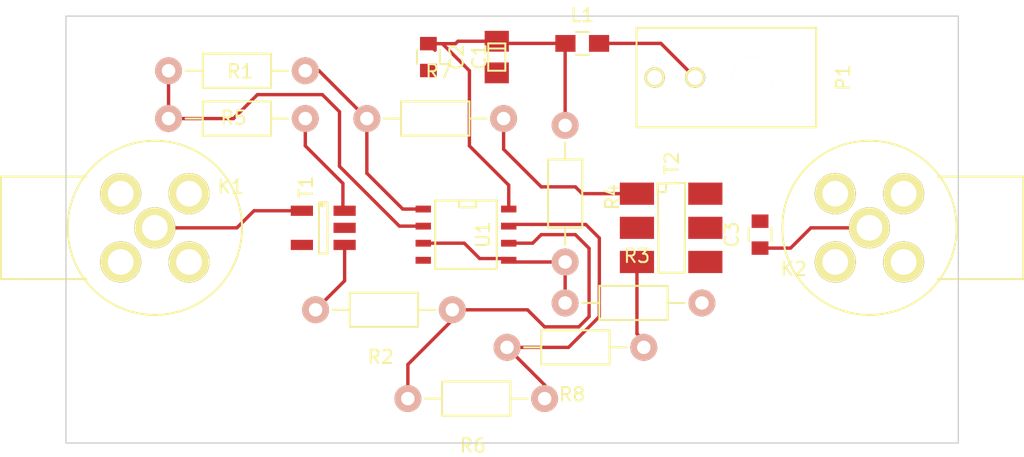
<source format=kicad_pcb>
(kicad_pcb (version 4) (host pcbnew 4.0.1-3.201512221401+6198~38~ubuntu15.10.1-stable)

  (general
    (links 37)
    (no_connects 15)
    (area 111.992999 91.109952 188.489001 125.37912)
    (thickness 1.6)
    (drawings 4)
    (tracks 74)
    (zones 0)
    (modules 18)
    (nets 18)
  )

  (page A4)
  (layers
    (0 F.Cu signal)
    (31 B.Cu signal)
    (32 B.Adhes user)
    (33 F.Adhes user)
    (34 B.Paste user)
    (35 F.Paste user)
    (36 B.SilkS user)
    (37 F.SilkS user)
    (38 B.Mask user)
    (39 F.Mask user)
    (40 Dwgs.User user)
    (41 Cmts.User user)
    (42 Eco1.User user)
    (43 Eco2.User user)
    (44 Edge.Cuts user)
    (45 Margin user)
    (46 B.CrtYd user)
    (47 F.CrtYd user)
    (48 B.Fab user)
    (49 F.Fab user)
  )

  (setup
    (last_trace_width 0.25)
    (trace_clearance 0.2)
    (zone_clearance 0.508)
    (zone_45_only no)
    (trace_min 0.2)
    (segment_width 0.2)
    (edge_width 0.1)
    (via_size 0.6)
    (via_drill 0.4)
    (via_min_size 0.4)
    (via_min_drill 0.3)
    (uvia_size 0.3)
    (uvia_drill 0.1)
    (uvias_allowed no)
    (uvia_min_size 0.2)
    (uvia_min_drill 0.1)
    (pcb_text_width 0.3)
    (pcb_text_size 1.5 1.5)
    (mod_edge_width 0.15)
    (mod_text_size 1 1)
    (mod_text_width 0.15)
    (pad_size 1.5 1.5)
    (pad_drill 0.6)
    (pad_to_mask_clearance 0)
    (aux_axis_origin 0 0)
    (visible_elements FFFFFF7F)
    (pcbplotparams
      (layerselection 0x00030_80000001)
      (usegerberextensions false)
      (excludeedgelayer true)
      (linewidth 0.100000)
      (plotframeref false)
      (viasonmask false)
      (mode 1)
      (useauxorigin false)
      (hpglpennumber 1)
      (hpglpenspeed 20)
      (hpglpendiameter 15)
      (hpglpenoverlay 2)
      (psnegative false)
      (psa4output false)
      (plotreference true)
      (plotvalue true)
      (plotinvisibletext false)
      (padsonsilk false)
      (subtractmaskfromsilk false)
      (outputformat 1)
      (mirror false)
      (drillshape 1)
      (scaleselection 1)
      (outputdirectory ""))
  )

  (net 0 "")
  (net 1 "Net-(C1-Pad1)")
  (net 2 GND)
  (net 3 "Net-(C3-Pad1)")
  (net 4 "Net-(C3-Pad2)")
  (net 5 "Net-(K1-Pad1)")
  (net 6 +12V)
  (net 7 "Net-(R1-Pad1)")
  (net 8 "Net-(R1-Pad2)")
  (net 9 "Net-(R2-Pad1)")
  (net 10 "Net-(R2-Pad2)")
  (net 11 "Net-(R3-Pad1)")
  (net 12 "Net-(R5-Pad1)")
  (net 13 "Net-(R6-Pad1)")
  (net 14 "Net-(R7-Pad2)")
  (net 15 "Net-(R8-Pad1)")
  (net 16 "Net-(T1-Pad2)")
  (net 17 "Net-(T2-Pad2)")

  (net_class Default "This is the default net class."
    (clearance 0.2)
    (trace_width 0.25)
    (via_dia 0.6)
    (via_drill 0.4)
    (uvia_dia 0.3)
    (uvia_drill 0.1)
    (add_net +12V)
    (add_net GND)
    (add_net "Net-(C1-Pad1)")
    (add_net "Net-(C3-Pad1)")
    (add_net "Net-(C3-Pad2)")
    (add_net "Net-(K1-Pad1)")
    (add_net "Net-(R1-Pad1)")
    (add_net "Net-(R1-Pad2)")
    (add_net "Net-(R2-Pad1)")
    (add_net "Net-(R2-Pad2)")
    (add_net "Net-(R3-Pad1)")
    (add_net "Net-(R5-Pad1)")
    (add_net "Net-(R6-Pad1)")
    (add_net "Net-(R7-Pad2)")
    (add_net "Net-(R8-Pad1)")
    (add_net "Net-(T1-Pad2)")
    (add_net "Net-(T2-Pad2)")
  )

  (module Capacitors_Tantalum_SMD:TantalC_SizeR_EIA-2012 placed (layer F.Cu) (tedit 0) (tstamp 569C3B72)
    (at 149.098 95.504 90)
    (descr "Tantal Cap. , Size C, EIA-2012")
    (path /569C2287)
    (fp_text reference C1 (at 0.0254 -1.2954 90) (layer F.SilkS)
      (effects (font (size 1 1) (thickness 0.15)))
    )
    (fp_text value "10 uF/16V" (at 0 1.27 90) (layer F.Fab)
      (effects (font (size 1 1) (thickness 0.15)))
    )
    (fp_line (start 0.635 -0.635) (end 0.635 0.635) (layer F.SilkS) (width 0.15))
    (fp_line (start -1.016 -0.635) (end -1.016 0.635) (layer F.SilkS) (width 0.15))
    (fp_line (start -1.016 0.635) (end 1.016 0.635) (layer F.SilkS) (width 0.15))
    (fp_line (start 1.016 0.635) (end 1.016 -0.635) (layer F.SilkS) (width 0.15))
    (fp_line (start 1.016 -0.635) (end -1.016 -0.635) (layer F.SilkS) (width 0.15))
    (pad 1 smd rect (at 1.17602 0 90) (size 1.5494 1.80086) (layers F.Cu F.Paste F.Mask)
      (net 1 "Net-(C1-Pad1)"))
    (pad 2 smd rect (at -1.17602 0 90) (size 1.5494 1.80086) (layers F.Cu F.Paste F.Mask)
      (net 2 GND))
    (model Capacitors_Tantalum_SMD.3dshapes/TantalC_SizeR_EIA-2012.wrl
      (at (xyz 0 0 0))
      (scale (xyz 1 1 1))
      (rotate (xyz 0 0 0))
    )
  )

  (module Capacitors_SMD:C_0805 placed (layer F.Cu) (tedit 5415D6EA) (tstamp 569C3B7E)
    (at 144.018 95.504 270)
    (descr "Capacitor SMD 0805, reflow soldering, AVX (see smccp.pdf)")
    (tags "capacitor 0805")
    (path /569C22BC)
    (attr smd)
    (fp_text reference C2 (at 0 -2.1 270) (layer F.SilkS)
      (effects (font (size 1 1) (thickness 0.15)))
    )
    (fp_text value "100 nF" (at 0 2.1 270) (layer F.Fab)
      (effects (font (size 1 1) (thickness 0.15)))
    )
    (fp_line (start -1.8 -1) (end 1.8 -1) (layer F.CrtYd) (width 0.05))
    (fp_line (start -1.8 1) (end 1.8 1) (layer F.CrtYd) (width 0.05))
    (fp_line (start -1.8 -1) (end -1.8 1) (layer F.CrtYd) (width 0.05))
    (fp_line (start 1.8 -1) (end 1.8 1) (layer F.CrtYd) (width 0.05))
    (fp_line (start 0.5 -0.85) (end -0.5 -0.85) (layer F.SilkS) (width 0.15))
    (fp_line (start -0.5 0.85) (end 0.5 0.85) (layer F.SilkS) (width 0.15))
    (pad 1 smd rect (at -1 0 270) (size 1 1.25) (layers F.Cu F.Paste F.Mask)
      (net 1 "Net-(C1-Pad1)"))
    (pad 2 smd rect (at 1 0 270) (size 1 1.25) (layers F.Cu F.Paste F.Mask)
      (net 2 GND))
    (model Capacitors_SMD.3dshapes/C_0805.wrl
      (at (xyz 0 0 0))
      (scale (xyz 1 1 1))
      (rotate (xyz 0 0 0))
    )
  )

  (module Capacitors_SMD:C_0805 placed (layer F.Cu) (tedit 5415D6EA) (tstamp 569C3B8A)
    (at 168.656 108.712 90)
    (descr "Capacitor SMD 0805, reflow soldering, AVX (see smccp.pdf)")
    (tags "capacitor 0805")
    (path /569C378F)
    (attr smd)
    (fp_text reference C3 (at 0 -2.1 90) (layer F.SilkS)
      (effects (font (size 1 1) (thickness 0.15)))
    )
    (fp_text value "100 nF" (at 0 2.1 90) (layer F.Fab)
      (effects (font (size 1 1) (thickness 0.15)))
    )
    (fp_line (start -1.8 -1) (end 1.8 -1) (layer F.CrtYd) (width 0.05))
    (fp_line (start -1.8 1) (end 1.8 1) (layer F.CrtYd) (width 0.05))
    (fp_line (start -1.8 -1) (end -1.8 1) (layer F.CrtYd) (width 0.05))
    (fp_line (start 1.8 -1) (end 1.8 1) (layer F.CrtYd) (width 0.05))
    (fp_line (start 0.5 -0.85) (end -0.5 -0.85) (layer F.SilkS) (width 0.15))
    (fp_line (start -0.5 0.85) (end 0.5 0.85) (layer F.SilkS) (width 0.15))
    (pad 1 smd rect (at -1 0 90) (size 1 1.25) (layers F.Cu F.Paste F.Mask)
      (net 3 "Net-(C3-Pad1)"))
    (pad 2 smd rect (at 1 0 90) (size 1 1.25) (layers F.Cu F.Paste F.Mask)
      (net 4 "Net-(C3-Pad2)"))
    (model Capacitors_SMD.3dshapes/C_0805.wrl
      (at (xyz 0 0 0))
      (scale (xyz 1 1 1))
      (rotate (xyz 0 0 0))
    )
  )

  (module minicircuits:SMA_F_RA placed (layer F.Cu) (tedit 569BF56B) (tstamp 569C3B93)
    (at 123.698 108.204 180)
    (path /569BF9B6)
    (fp_text reference K1 (at -5.63 3.06 180) (layer F.SilkS)
      (effects (font (size 1 1) (thickness 0.15)))
    )
    (fp_text value "SMA F R/A" (at -6.16 -3.02 180) (layer F.Fab)
      (effects (font (size 1 1) (thickness 0.15)))
    )
    (fp_line (start 5.08 -3.81) (end 10.16 -3.81) (layer F.SilkS) (width 0.15))
    (fp_line (start 10.16 -3.81) (end 11.43 -3.81) (layer F.SilkS) (width 0.15))
    (fp_line (start 11.43 -3.81) (end 11.43 3.81) (layer F.SilkS) (width 0.15))
    (fp_line (start 11.43 3.81) (end 5.08 3.81) (layer F.SilkS) (width 0.15))
    (fp_circle (center 0 0) (end -1.27 -6.35) (layer F.SilkS) (width 0.15))
    (pad 1 thru_hole circle (at 0 0 180) (size 3.048 3.048) (drill 1.905) (layers *.Cu *.Mask F.SilkS)
      (net 5 "Net-(K1-Pad1)"))
    (pad 2 thru_hole circle (at 2.54 -2.54 180) (size 3.048 3.048) (drill 1.905) (layers *.Cu *.Mask F.SilkS)
      (net 2 GND))
    (pad 3 thru_hole circle (at 2.54 2.54 180) (size 3.048 3.048) (drill 1.905) (layers *.Cu *.Mask F.SilkS)
      (net 2 GND))
    (pad 4 thru_hole circle (at -2.54 2.54 180) (size 3.048 3.048) (drill 1.905) (layers *.Cu *.Mask F.SilkS)
      (net 2 GND))
    (pad 5 thru_hole circle (at -2.54 -2.54 180) (size 3.048 3.048) (drill 1.905) (layers *.Cu *.Mask F.SilkS)
      (net 2 GND))
  )

  (module minicircuits:SMA_F_RA placed (layer F.Cu) (tedit 569BF56B) (tstamp 569C3B9C)
    (at 176.784 108.204)
    (path /569C519C)
    (fp_text reference K2 (at -5.63 3.06) (layer F.SilkS)
      (effects (font (size 1 1) (thickness 0.15)))
    )
    (fp_text value "SMA F R/A" (at -6.16 -3.02) (layer F.Fab)
      (effects (font (size 1 1) (thickness 0.15)))
    )
    (fp_line (start 5.08 -3.81) (end 10.16 -3.81) (layer F.SilkS) (width 0.15))
    (fp_line (start 10.16 -3.81) (end 11.43 -3.81) (layer F.SilkS) (width 0.15))
    (fp_line (start 11.43 -3.81) (end 11.43 3.81) (layer F.SilkS) (width 0.15))
    (fp_line (start 11.43 3.81) (end 5.08 3.81) (layer F.SilkS) (width 0.15))
    (fp_circle (center 0 0) (end -1.27 -6.35) (layer F.SilkS) (width 0.15))
    (pad 1 thru_hole circle (at 0 0) (size 3.048 3.048) (drill 1.905) (layers *.Cu *.Mask F.SilkS)
      (net 3 "Net-(C3-Pad1)"))
    (pad 2 thru_hole circle (at 2.54 -2.54) (size 3.048 3.048) (drill 1.905) (layers *.Cu *.Mask F.SilkS)
      (net 2 GND))
    (pad 3 thru_hole circle (at 2.54 2.54) (size 3.048 3.048) (drill 1.905) (layers *.Cu *.Mask F.SilkS)
      (net 2 GND))
    (pad 4 thru_hole circle (at -2.54 2.54) (size 3.048 3.048) (drill 1.905) (layers *.Cu *.Mask F.SilkS)
      (net 2 GND))
    (pad 5 thru_hole circle (at -2.54 -2.54) (size 3.048 3.048) (drill 1.905) (layers *.Cu *.Mask F.SilkS)
      (net 2 GND))
  )

  (module Capacitors_SMD:C_0805_HandSoldering placed (layer F.Cu) (tedit 541A9B8D) (tstamp 569C3BA8)
    (at 155.448 94.488)
    (descr "Capacitor SMD 0805, hand soldering")
    (tags "capacitor 0805")
    (path /569C28E4)
    (attr smd)
    (fp_text reference L1 (at 0 -2.1) (layer F.SilkS)
      (effects (font (size 1 1) (thickness 0.15)))
    )
    (fp_text value Ferrite (at 0 2.1) (layer F.Fab)
      (effects (font (size 1 1) (thickness 0.15)))
    )
    (fp_line (start -2.3 -1) (end 2.3 -1) (layer F.CrtYd) (width 0.05))
    (fp_line (start -2.3 1) (end 2.3 1) (layer F.CrtYd) (width 0.05))
    (fp_line (start -2.3 -1) (end -2.3 1) (layer F.CrtYd) (width 0.05))
    (fp_line (start 2.3 -1) (end 2.3 1) (layer F.CrtYd) (width 0.05))
    (fp_line (start 0.5 -0.85) (end -0.5 -0.85) (layer F.SilkS) (width 0.15))
    (fp_line (start -0.5 0.85) (end 0.5 0.85) (layer F.SilkS) (width 0.15))
    (pad 1 smd rect (at -1.25 0) (size 1.5 1.25) (layers F.Cu F.Paste F.Mask)
      (net 1 "Net-(C1-Pad1)"))
    (pad 2 smd rect (at 1.25 0) (size 1.5 1.25) (layers F.Cu F.Paste F.Mask)
      (net 6 +12V))
    (model Capacitors_SMD.3dshapes/C_0805_HandSoldering.wrl
      (at (xyz 0 0 0))
      (scale (xyz 1 1 1))
      (rotate (xyz 0 0 0))
    )
  )

  (module Connectors_Molex:Connector_Microfit3_Header_02x01_Angled_43045-020x placed (layer F.Cu) (tedit 55B90098) (tstamp 569C3BB7)
    (at 163.83 97.028 90)
    (descr "Microfit3 02x01 header angled 43045-0200")
    (tags "Microfit 02x01 angled 3mm pitch")
    (path /569C7D10)
    (fp_text reference P1 (at 0 11 90) (layer F.SilkS)
      (effects (font (size 1 1) (thickness 0.15)))
    )
    (fp_text value CONN_01X02 (at 0 -6.604 90) (layer F.Fab)
      (effects (font (size 1 1) (thickness 0.15)))
    )
    (fp_line (start -3.9 -4.55) (end -3.9 9.2) (layer F.CrtYd) (width 0.05))
    (fp_line (start -3.9 9.2) (end 3.9 9.2) (layer F.CrtYd) (width 0.05))
    (fp_line (start 3.9 9.2) (end 3.9 -4.55) (layer F.CrtYd) (width 0.05))
    (fp_line (start 3.9 -4.55) (end -3.9 -4.55) (layer F.CrtYd) (width 0.05))
    (fp_line (start -3.7 9) (end -3.7 -4.35) (layer F.SilkS) (width 0.15))
    (fp_line (start -3.7 -4.35) (end 3.7 -4.35) (layer F.SilkS) (width 0.15))
    (fp_line (start 3.7 -4.35) (end 3.7 9) (layer F.SilkS) (width 0.15))
    (fp_line (start 3.7 9) (end -3.7 9) (layer F.SilkS) (width 0.15))
    (pad 2 thru_hole circle (at 0 -3 90) (size 1.5 1.5) (drill 1.1) (layers *.Cu *.Mask F.SilkS)
      (net 2 GND))
    (pad 1 thru_hole circle (at 0 0 90) (size 1.5 1.5) (drill 1.1) (layers *.Cu *.Mask F.SilkS)
      (net 6 +12V))
    (pad "" np_thru_hole circle (at 0 4.32 90) (size 3.1 3.1) (drill 3.1) (layers *.Cu *.Mask F.SilkS))
  )

  (module Resistors_ThroughHole:Resistor_Horizontal_RM10mm placed (layer F.Cu) (tedit 53F56209) (tstamp 569C3BC3)
    (at 129.794 100.076)
    (descr "Resistor, Axial,  RM 10mm, 1/3W,")
    (tags "Resistor, Axial, RM 10mm, 1/3W,")
    (path /569BFC06)
    (fp_text reference R1 (at 0.24892 -3.50012) (layer F.SilkS)
      (effects (font (size 1 1) (thickness 0.15)))
    )
    (fp_text value 100 (at 3.81 3.81) (layer F.Fab)
      (effects (font (size 1 1) (thickness 0.15)))
    )
    (fp_line (start -2.54 -1.27) (end 2.54 -1.27) (layer F.SilkS) (width 0.15))
    (fp_line (start 2.54 -1.27) (end 2.54 1.27) (layer F.SilkS) (width 0.15))
    (fp_line (start 2.54 1.27) (end -2.54 1.27) (layer F.SilkS) (width 0.15))
    (fp_line (start -2.54 1.27) (end -2.54 -1.27) (layer F.SilkS) (width 0.15))
    (fp_line (start -2.54 0) (end -3.81 0) (layer F.SilkS) (width 0.15))
    (fp_line (start 2.54 0) (end 3.81 0) (layer F.SilkS) (width 0.15))
    (pad 1 thru_hole circle (at -5.08 0) (size 1.99898 1.99898) (drill 1.00076) (layers *.Cu *.SilkS *.Mask)
      (net 7 "Net-(R1-Pad1)"))
    (pad 2 thru_hole circle (at 5.08 0) (size 1.99898 1.99898) (drill 1.00076) (layers *.Cu *.SilkS *.Mask)
      (net 8 "Net-(R1-Pad2)"))
    (model Resistors_ThroughHole.3dshapes/Resistor_Horizontal_RM10mm.wrl
      (at (xyz 0 0 0))
      (scale (xyz 0.4 0.4 0.4))
      (rotate (xyz 0 0 0))
    )
  )

  (module Resistors_ThroughHole:Resistor_Horizontal_RM10mm placed (layer F.Cu) (tedit 53F56209) (tstamp 569C3BCF)
    (at 140.716 114.3 180)
    (descr "Resistor, Axial,  RM 10mm, 1/3W,")
    (tags "Resistor, Axial, RM 10mm, 1/3W,")
    (path /569BFCE6)
    (fp_text reference R2 (at 0.24892 -3.50012 180) (layer F.SilkS)
      (effects (font (size 1 1) (thickness 0.15)))
    )
    (fp_text value 100 (at 3.81 3.81 180) (layer F.Fab)
      (effects (font (size 1 1) (thickness 0.15)))
    )
    (fp_line (start -2.54 -1.27) (end 2.54 -1.27) (layer F.SilkS) (width 0.15))
    (fp_line (start 2.54 -1.27) (end 2.54 1.27) (layer F.SilkS) (width 0.15))
    (fp_line (start 2.54 1.27) (end -2.54 1.27) (layer F.SilkS) (width 0.15))
    (fp_line (start -2.54 1.27) (end -2.54 -1.27) (layer F.SilkS) (width 0.15))
    (fp_line (start -2.54 0) (end -3.81 0) (layer F.SilkS) (width 0.15))
    (fp_line (start 2.54 0) (end 3.81 0) (layer F.SilkS) (width 0.15))
    (pad 1 thru_hole circle (at -5.08 0 180) (size 1.99898 1.99898) (drill 1.00076) (layers *.Cu *.SilkS *.Mask)
      (net 9 "Net-(R2-Pad1)"))
    (pad 2 thru_hole circle (at 5.08 0 180) (size 1.99898 1.99898) (drill 1.00076) (layers *.Cu *.SilkS *.Mask)
      (net 10 "Net-(R2-Pad2)"))
    (model Resistors_ThroughHole.3dshapes/Resistor_Horizontal_RM10mm.wrl
      (at (xyz 0 0 0))
      (scale (xyz 0.4 0.4 0.4))
      (rotate (xyz 0 0 0))
    )
  )

  (module Resistors_ThroughHole:Resistor_Horizontal_RM10mm placed (layer F.Cu) (tedit 53F56209) (tstamp 569C3BDB)
    (at 159.258 113.792)
    (descr "Resistor, Axial,  RM 10mm, 1/3W,")
    (tags "Resistor, Axial, RM 10mm, 1/3W,")
    (path /569C0A5D)
    (fp_text reference R3 (at 0.24892 -3.50012) (layer F.SilkS)
      (effects (font (size 1 1) (thickness 0.15)))
    )
    (fp_text value 1K (at 3.81 3.81) (layer F.Fab)
      (effects (font (size 1 1) (thickness 0.15)))
    )
    (fp_line (start -2.54 -1.27) (end 2.54 -1.27) (layer F.SilkS) (width 0.15))
    (fp_line (start 2.54 -1.27) (end 2.54 1.27) (layer F.SilkS) (width 0.15))
    (fp_line (start 2.54 1.27) (end -2.54 1.27) (layer F.SilkS) (width 0.15))
    (fp_line (start -2.54 1.27) (end -2.54 -1.27) (layer F.SilkS) (width 0.15))
    (fp_line (start -2.54 0) (end -3.81 0) (layer F.SilkS) (width 0.15))
    (fp_line (start 2.54 0) (end 3.81 0) (layer F.SilkS) (width 0.15))
    (pad 1 thru_hole circle (at -5.08 0) (size 1.99898 1.99898) (drill 1.00076) (layers *.Cu *.SilkS *.Mask)
      (net 11 "Net-(R3-Pad1)"))
    (pad 2 thru_hole circle (at 5.08 0) (size 1.99898 1.99898) (drill 1.00076) (layers *.Cu *.SilkS *.Mask)
      (net 2 GND))
    (model Resistors_ThroughHole.3dshapes/Resistor_Horizontal_RM10mm.wrl
      (at (xyz 0 0 0))
      (scale (xyz 0.4 0.4 0.4))
      (rotate (xyz 0 0 0))
    )
  )

  (module Resistors_ThroughHole:Resistor_Horizontal_RM10mm placed (layer F.Cu) (tedit 53F56209) (tstamp 569C3BE7)
    (at 154.178 105.664 270)
    (descr "Resistor, Axial,  RM 10mm, 1/3W,")
    (tags "Resistor, Axial, RM 10mm, 1/3W,")
    (path /569C2114)
    (fp_text reference R4 (at 0.24892 -3.50012 270) (layer F.SilkS)
      (effects (font (size 1 1) (thickness 0.15)))
    )
    (fp_text value 1K (at 3.81 3.81 270) (layer F.Fab)
      (effects (font (size 1 1) (thickness 0.15)))
    )
    (fp_line (start -2.54 -1.27) (end 2.54 -1.27) (layer F.SilkS) (width 0.15))
    (fp_line (start 2.54 -1.27) (end 2.54 1.27) (layer F.SilkS) (width 0.15))
    (fp_line (start 2.54 1.27) (end -2.54 1.27) (layer F.SilkS) (width 0.15))
    (fp_line (start -2.54 1.27) (end -2.54 -1.27) (layer F.SilkS) (width 0.15))
    (fp_line (start -2.54 0) (end -3.81 0) (layer F.SilkS) (width 0.15))
    (fp_line (start 2.54 0) (end 3.81 0) (layer F.SilkS) (width 0.15))
    (pad 1 thru_hole circle (at -5.08 0 270) (size 1.99898 1.99898) (drill 1.00076) (layers *.Cu *.SilkS *.Mask)
      (net 1 "Net-(C1-Pad1)"))
    (pad 2 thru_hole circle (at 5.08 0 270) (size 1.99898 1.99898) (drill 1.00076) (layers *.Cu *.SilkS *.Mask)
      (net 11 "Net-(R3-Pad1)"))
    (model Resistors_ThroughHole.3dshapes/Resistor_Horizontal_RM10mm.wrl
      (at (xyz 0 0 0))
      (scale (xyz 0.4 0.4 0.4))
      (rotate (xyz 0 0 0))
    )
  )

  (module Resistors_ThroughHole:Resistor_Horizontal_RM10mm placed (layer F.Cu) (tedit 53F56209) (tstamp 569C3BF3)
    (at 129.794 96.52 180)
    (descr "Resistor, Axial,  RM 10mm, 1/3W,")
    (tags "Resistor, Axial, RM 10mm, 1/3W,")
    (path /569C1EA7)
    (fp_text reference R5 (at 0.24892 -3.50012 180) (layer F.SilkS)
      (effects (font (size 1 1) (thickness 0.15)))
    )
    (fp_text value 1K (at 3.81 3.81 180) (layer F.Fab)
      (effects (font (size 1 1) (thickness 0.15)))
    )
    (fp_line (start -2.54 -1.27) (end 2.54 -1.27) (layer F.SilkS) (width 0.15))
    (fp_line (start 2.54 -1.27) (end 2.54 1.27) (layer F.SilkS) (width 0.15))
    (fp_line (start 2.54 1.27) (end -2.54 1.27) (layer F.SilkS) (width 0.15))
    (fp_line (start -2.54 1.27) (end -2.54 -1.27) (layer F.SilkS) (width 0.15))
    (fp_line (start -2.54 0) (end -3.81 0) (layer F.SilkS) (width 0.15))
    (fp_line (start 2.54 0) (end 3.81 0) (layer F.SilkS) (width 0.15))
    (pad 1 thru_hole circle (at -5.08 0 180) (size 1.99898 1.99898) (drill 1.00076) (layers *.Cu *.SilkS *.Mask)
      (net 12 "Net-(R5-Pad1)"))
    (pad 2 thru_hole circle (at 5.08 0 180) (size 1.99898 1.99898) (drill 1.00076) (layers *.Cu *.SilkS *.Mask)
      (net 7 "Net-(R1-Pad1)"))
    (model Resistors_ThroughHole.3dshapes/Resistor_Horizontal_RM10mm.wrl
      (at (xyz 0 0 0))
      (scale (xyz 0.4 0.4 0.4))
      (rotate (xyz 0 0 0))
    )
  )

  (module Resistors_ThroughHole:Resistor_Horizontal_RM10mm placed (layer F.Cu) (tedit 53F56209) (tstamp 569C3BFF)
    (at 147.574 120.904 180)
    (descr "Resistor, Axial,  RM 10mm, 1/3W,")
    (tags "Resistor, Axial, RM 10mm, 1/3W,")
    (path /569C1D63)
    (fp_text reference R6 (at 0.24892 -3.50012 180) (layer F.SilkS)
      (effects (font (size 1 1) (thickness 0.15)))
    )
    (fp_text value 1K (at 3.81 3.81 180) (layer F.Fab)
      (effects (font (size 1 1) (thickness 0.15)))
    )
    (fp_line (start -2.54 -1.27) (end 2.54 -1.27) (layer F.SilkS) (width 0.15))
    (fp_line (start 2.54 -1.27) (end 2.54 1.27) (layer F.SilkS) (width 0.15))
    (fp_line (start 2.54 1.27) (end -2.54 1.27) (layer F.SilkS) (width 0.15))
    (fp_line (start -2.54 1.27) (end -2.54 -1.27) (layer F.SilkS) (width 0.15))
    (fp_line (start -2.54 0) (end -3.81 0) (layer F.SilkS) (width 0.15))
    (fp_line (start 2.54 0) (end 3.81 0) (layer F.SilkS) (width 0.15))
    (pad 1 thru_hole circle (at -5.08 0 180) (size 1.99898 1.99898) (drill 1.00076) (layers *.Cu *.SilkS *.Mask)
      (net 13 "Net-(R6-Pad1)"))
    (pad 2 thru_hole circle (at 5.08 0 180) (size 1.99898 1.99898) (drill 1.00076) (layers *.Cu *.SilkS *.Mask)
      (net 9 "Net-(R2-Pad1)"))
    (model Resistors_ThroughHole.3dshapes/Resistor_Horizontal_RM10mm.wrl
      (at (xyz 0 0 0))
      (scale (xyz 0.4 0.4 0.4))
      (rotate (xyz 0 0 0))
    )
  )

  (module Resistors_ThroughHole:Resistor_Horizontal_RM10mm placed (layer F.Cu) (tedit 53F56209) (tstamp 569C3C0B)
    (at 144.526 100.076)
    (descr "Resistor, Axial,  RM 10mm, 1/3W,")
    (tags "Resistor, Axial, RM 10mm, 1/3W,")
    (path /569C2EB2)
    (fp_text reference R7 (at 0.24892 -3.50012) (layer F.SilkS)
      (effects (font (size 1 1) (thickness 0.15)))
    )
    (fp_text value 4R99 (at 3.81 3.81) (layer F.Fab)
      (effects (font (size 1 1) (thickness 0.15)))
    )
    (fp_line (start -2.54 -1.27) (end 2.54 -1.27) (layer F.SilkS) (width 0.15))
    (fp_line (start 2.54 -1.27) (end 2.54 1.27) (layer F.SilkS) (width 0.15))
    (fp_line (start 2.54 1.27) (end -2.54 1.27) (layer F.SilkS) (width 0.15))
    (fp_line (start -2.54 1.27) (end -2.54 -1.27) (layer F.SilkS) (width 0.15))
    (fp_line (start -2.54 0) (end -3.81 0) (layer F.SilkS) (width 0.15))
    (fp_line (start 2.54 0) (end 3.81 0) (layer F.SilkS) (width 0.15))
    (pad 1 thru_hole circle (at -5.08 0) (size 1.99898 1.99898) (drill 1.00076) (layers *.Cu *.SilkS *.Mask)
      (net 12 "Net-(R5-Pad1)"))
    (pad 2 thru_hole circle (at 5.08 0) (size 1.99898 1.99898) (drill 1.00076) (layers *.Cu *.SilkS *.Mask)
      (net 14 "Net-(R7-Pad2)"))
    (model Resistors_ThroughHole.3dshapes/Resistor_Horizontal_RM10mm.wrl
      (at (xyz 0 0 0))
      (scale (xyz 0.4 0.4 0.4))
      (rotate (xyz 0 0 0))
    )
  )

  (module Resistors_ThroughHole:Resistor_Horizontal_RM10mm placed (layer F.Cu) (tedit 53F56209) (tstamp 569C3C17)
    (at 154.94 117.094 180)
    (descr "Resistor, Axial,  RM 10mm, 1/3W,")
    (tags "Resistor, Axial, RM 10mm, 1/3W,")
    (path /569C2F0F)
    (fp_text reference R8 (at 0.24892 -3.50012 180) (layer F.SilkS)
      (effects (font (size 1 1) (thickness 0.15)))
    )
    (fp_text value 4R99 (at 3.81 3.81 180) (layer F.Fab)
      (effects (font (size 1 1) (thickness 0.15)))
    )
    (fp_line (start -2.54 -1.27) (end 2.54 -1.27) (layer F.SilkS) (width 0.15))
    (fp_line (start 2.54 -1.27) (end 2.54 1.27) (layer F.SilkS) (width 0.15))
    (fp_line (start 2.54 1.27) (end -2.54 1.27) (layer F.SilkS) (width 0.15))
    (fp_line (start -2.54 1.27) (end -2.54 -1.27) (layer F.SilkS) (width 0.15))
    (fp_line (start -2.54 0) (end -3.81 0) (layer F.SilkS) (width 0.15))
    (fp_line (start 2.54 0) (end 3.81 0) (layer F.SilkS) (width 0.15))
    (pad 1 thru_hole circle (at -5.08 0 180) (size 1.99898 1.99898) (drill 1.00076) (layers *.Cu *.SilkS *.Mask)
      (net 15 "Net-(R8-Pad1)"))
    (pad 2 thru_hole circle (at 5.08 0 180) (size 1.99898 1.99898) (drill 1.00076) (layers *.Cu *.SilkS *.Mask)
      (net 13 "Net-(R6-Pad1)"))
    (model Resistors_ThroughHole.3dshapes/Resistor_Horizontal_RM10mm.wrl
      (at (xyz 0 0 0))
      (scale (xyz 0.4 0.4 0.4))
      (rotate (xyz 0 0 0))
    )
  )

  (module minicircuits:TC4-1T placed (layer F.Cu) (tedit 569BF91A) (tstamp 569C3C20)
    (at 134.62 106.934 270)
    (path /569BF820)
    (fp_text reference T1 (at -1.75 -0.3 270) (layer F.SilkS)
      (effects (font (size 1 1) (thickness 0.15)))
    )
    (fp_text value TC4-1T (at 1.35 -1.5 270) (layer F.Fab) hide
      (effects (font (size 0.5 0.5) (thickness 0.125)))
    )
    (fp_line (start -0.45 -1.3) (end -0.45 -1.6) (layer F.SilkS) (width 0.15))
    (fp_line (start -0.45 -1.6) (end -0.35 -1.6) (layer F.SilkS) (width 0.15))
    (fp_line (start -0.35 -1.35) (end -0.35 -1.6) (layer F.SilkS) (width 0.15))
    (fp_line (start -0.35 -1.6) (end -0.55 -1.6) (layer F.SilkS) (width 0.15))
    (fp_line (start -0.55 -1.6) (end -0.5 -1.4) (layer F.SilkS) (width 0.15))
    (fp_line (start -0.635 -1.27) (end 3.175 -1.27) (layer F.SilkS) (width 0.15))
    (fp_line (start 3.175 -1.27) (end 3.175 -1.905) (layer F.SilkS) (width 0.15))
    (fp_line (start 3.175 -1.905) (end -0.635 -1.905) (layer F.SilkS) (width 0.15))
    (fp_line (start -0.635 -1.905) (end -0.635 -1.27) (layer F.SilkS) (width 0.15))
    (pad 5 smd rect (at 0 0 270) (size 0.76 1.65) (layers F.Cu F.Paste F.Mask)
      (net 5 "Net-(K1-Pad1)"))
    (pad 4 smd rect (at 2.54 0 270) (size 0.76 1.65) (layers F.Cu F.Paste F.Mask)
      (net 2 GND))
    (pad 1 smd rect (at 0 -3.175 270) (size 0.76 1.65) (layers F.Cu F.Paste F.Mask)
      (net 8 "Net-(R1-Pad2)"))
    (pad 2 smd rect (at 1.27 -3.175 270) (size 0.76 1.65) (layers F.Cu F.Paste F.Mask)
      (net 16 "Net-(T1-Pad2)"))
    (pad 3 smd rect (at 2.54 -3.175 270) (size 0.76 1.65) (layers F.Cu F.Paste F.Mask)
      (net 10 "Net-(R2-Pad2)"))
  )

  (module minicircuits:ADT1.5-1 placed (layer F.Cu) (tedit 569BEF97) (tstamp 569C3C2A)
    (at 159.512 105.664 270)
    (path /569C2F46)
    (fp_text reference T2 (at -2.27 -2.59 270) (layer F.SilkS)
      (effects (font (size 1 1) (thickness 0.15)))
    )
    (fp_text value ADT1.5-1 (at 2.83 -2.63 270) (layer F.Fab)
      (effects (font (size 0.8 0.8) (thickness 0.15)))
    )
    (fp_line (start -0.67 -1.56) (end 5.88 -1.6) (layer F.SilkS) (width 0.15))
    (fp_line (start 5.88 -1.6) (end 5.88 -3.54) (layer F.SilkS) (width 0.15))
    (fp_line (start 5.88 -3.54) (end -0.79 -3.58) (layer F.SilkS) (width 0.15))
    (fp_line (start -0.79 -3.58) (end -0.75 -1.52) (layer F.SilkS) (width 0.15))
    (fp_line (start -0.75 -1.52) (end -0.1 -1.56) (layer F.SilkS) (width 0.15))
    (fp_line (start -0.1 -1.56) (end -0.14 -2.13) (layer F.SilkS) (width 0.15))
    (fp_line (start -0.14 -2.13) (end -0.64 -2.17) (layer F.SilkS) (width 0.15))
    (fp_line (start -0.64 -2.17) (end -0.56 -2.17) (layer F.SilkS) (width 0.15))
    (pad 1 smd rect (at 0 0 270) (size 1.65 2.54) (layers F.Cu F.Paste F.Mask)
      (net 14 "Net-(R7-Pad2)"))
    (pad 6 smd rect (at 0 -5.08 270) (size 1.65 2.54) (layers F.Cu F.Paste F.Mask))
    (pad 2 smd rect (at 2.54 0 270) (size 1.65 2.54) (layers F.Cu F.Paste F.Mask)
      (net 17 "Net-(T2-Pad2)"))
    (pad 3 smd rect (at 5.08 0 270) (size 1.65 2.54) (layers F.Cu F.Paste F.Mask)
      (net 15 "Net-(R8-Pad1)"))
    (pad 4 smd rect (at 5.08 -5.08 270) (size 1.65 2.54) (layers F.Cu F.Paste F.Mask)
      (net 2 GND))
    (pad 5 smd rect (at 2.54 -5.08 270) (size 1.65 2.54) (layers F.Cu F.Paste F.Mask)
      (net 4 "Net-(C3-Pad2)"))
  )

  (module SMD_Packages:SOIC-8-N placed (layer F.Cu) (tedit 0) (tstamp 569C3C3D)
    (at 146.812 108.712 270)
    (descr "Module Narrow CMS SOJ 8 pins large")
    (tags "CMS SOJ")
    (path /569C088B)
    (attr smd)
    (fp_text reference U1 (at 0 -1.27 270) (layer F.SilkS)
      (effects (font (size 1 1) (thickness 0.15)))
    )
    (fp_text value OPA26741C (at 0 1.27 270) (layer F.Fab)
      (effects (font (size 1 1) (thickness 0.15)))
    )
    (fp_line (start -2.54 -2.286) (end 2.54 -2.286) (layer F.SilkS) (width 0.15))
    (fp_line (start 2.54 -2.286) (end 2.54 2.286) (layer F.SilkS) (width 0.15))
    (fp_line (start 2.54 2.286) (end -2.54 2.286) (layer F.SilkS) (width 0.15))
    (fp_line (start -2.54 2.286) (end -2.54 -2.286) (layer F.SilkS) (width 0.15))
    (fp_line (start -2.54 -0.762) (end -2.032 -0.762) (layer F.SilkS) (width 0.15))
    (fp_line (start -2.032 -0.762) (end -2.032 0.508) (layer F.SilkS) (width 0.15))
    (fp_line (start -2.032 0.508) (end -2.54 0.508) (layer F.SilkS) (width 0.15))
    (pad 8 smd rect (at -1.905 -3.175 270) (size 0.508 1.143) (layers F.Cu F.Paste F.Mask)
      (net 1 "Net-(C1-Pad1)"))
    (pad 7 smd rect (at -0.635 -3.175 270) (size 0.508 1.143) (layers F.Cu F.Paste F.Mask)
      (net 13 "Net-(R6-Pad1)"))
    (pad 6 smd rect (at 0.635 -3.175 270) (size 0.508 1.143) (layers F.Cu F.Paste F.Mask)
      (net 9 "Net-(R2-Pad1)"))
    (pad 5 smd rect (at 1.905 -3.175 270) (size 0.508 1.143) (layers F.Cu F.Paste F.Mask)
      (net 11 "Net-(R3-Pad1)"))
    (pad 4 smd rect (at 1.905 3.175 270) (size 0.508 1.143) (layers F.Cu F.Paste F.Mask)
      (net 2 GND))
    (pad 3 smd rect (at 0.635 3.175 270) (size 0.508 1.143) (layers F.Cu F.Paste F.Mask)
      (net 11 "Net-(R3-Pad1)"))
    (pad 2 smd rect (at -0.635 3.175 270) (size 0.508 1.143) (layers F.Cu F.Paste F.Mask)
      (net 7 "Net-(R1-Pad1)"))
    (pad 1 smd rect (at -1.905 3.175 270) (size 0.508 1.143) (layers F.Cu F.Paste F.Mask)
      (net 12 "Net-(R5-Pad1)"))
    (model SMD_Packages.3dshapes/SOIC-8-N.wrl
      (at (xyz 0 0 0))
      (scale (xyz 0.5 0.38 0.5))
      (rotate (xyz 0 0 0))
    )
  )

  (gr_line (start 117.094 92.456) (end 117.094 124.206) (angle 90) (layer Edge.Cuts) (width 0.1))
  (gr_line (start 183.388 92.456) (end 117.094 92.456) (angle 90) (layer Edge.Cuts) (width 0.1))
  (gr_line (start 183.388 124.206) (end 183.388 92.456) (angle 90) (layer Edge.Cuts) (width 0.1))
  (gr_line (start 117.094 124.206) (end 183.388 124.206) (angle 90) (layer Edge.Cuts) (width 0.1))

  (segment (start 154.178 100.584) (end 154.178 94.508) (width 0.25) (layer F.Cu) (net 1))
  (segment (start 154.178 94.508) (end 154.198 94.488) (width 0.25) (layer F.Cu) (net 1) (tstamp 569C4F0F))
  (segment (start 149.987 106.807) (end 149.987 105.029) (width 0.25) (layer F.Cu) (net 1))
  (segment (start 145.05 94.504) (end 144.018 94.504) (width 0.25) (layer F.Cu) (net 1) (tstamp 569C4F02))
  (segment (start 147.066 96.52) (end 145.05 94.504) (width 0.25) (layer F.Cu) (net 1) (tstamp 569C4EFD))
  (segment (start 147.066 102.108) (end 147.066 96.52) (width 0.25) (layer F.Cu) (net 1) (tstamp 569C4EFA))
  (segment (start 149.987 105.029) (end 147.066 102.108) (width 0.25) (layer F.Cu) (net 1) (tstamp 569C4EF8))
  (segment (start 144.51 94.996) (end 144.018 94.504) (width 0.25) (layer F.Cu) (net 1) (tstamp 569C4EEC))
  (segment (start 149.098 94.32798) (end 146.21002 94.32798) (width 0.25) (layer F.Cu) (net 1))
  (segment (start 146.034 94.504) (end 144.018 94.504) (width 0.25) (layer F.Cu) (net 1) (tstamp 569C4EC1))
  (segment (start 146.21002 94.32798) (end 146.034 94.504) (width 0.25) (layer F.Cu) (net 1) (tstamp 569C4EBE))
  (segment (start 154.198 94.488) (end 149.25802 94.488) (width 0.25) (layer F.Cu) (net 1))
  (segment (start 149.25802 94.488) (end 149.098 94.32798) (width 0.25) (layer F.Cu) (net 1) (tstamp 569C4E64))
  (segment (start 168.656 109.712) (end 170.926 109.712) (width 0.25) (layer F.Cu) (net 3))
  (segment (start 172.434 108.204) (end 176.784 108.204) (width 0.25) (layer F.Cu) (net 3) (tstamp 569C4DEB))
  (segment (start 170.926 109.712) (end 172.434 108.204) (width 0.25) (layer F.Cu) (net 3) (tstamp 569C4DE9))
  (segment (start 123.698 108.204) (end 129.794 108.204) (width 0.25) (layer F.Cu) (net 5))
  (segment (start 131.064 106.934) (end 134.62 106.934) (width 0.25) (layer F.Cu) (net 5) (tstamp 569C476E))
  (segment (start 129.794 108.204) (end 131.064 106.934) (width 0.25) (layer F.Cu) (net 5) (tstamp 569C476A))
  (segment (start 163.83 97.028) (end 161.29 94.488) (width 0.25) (layer F.Cu) (net 6))
  (segment (start 161.29 94.488) (end 156.698 94.488) (width 0.25) (layer F.Cu) (net 6) (tstamp 569C4ECC))
  (segment (start 124.714 96.52) (end 124.714 100.076) (width 0.25) (layer F.Cu) (net 7))
  (segment (start 124.714 100.076) (end 129.54 100.076) (width 0.25) (layer F.Cu) (net 7) (tstamp 569C4803))
  (segment (start 129.54 100.076) (end 131.318 98.298) (width 0.25) (layer F.Cu) (net 7) (tstamp 569C4804))
  (segment (start 131.318 98.298) (end 136.144 98.298) (width 0.25) (layer F.Cu) (net 7) (tstamp 569C4807))
  (segment (start 136.144 98.298) (end 137.414 99.568) (width 0.25) (layer F.Cu) (net 7) (tstamp 569C480A))
  (segment (start 137.414 99.568) (end 137.414 103.632) (width 0.25) (layer F.Cu) (net 7) (tstamp 569C480C))
  (segment (start 137.414 103.632) (end 141.859 108.077) (width 0.25) (layer F.Cu) (net 7) (tstamp 569C480F))
  (segment (start 141.859 108.077) (end 143.637 108.077) (width 0.25) (layer F.Cu) (net 7) (tstamp 569C4812))
  (segment (start 134.874 100.076) (end 134.874 102.108) (width 0.25) (layer F.Cu) (net 8))
  (segment (start 137.668 104.902) (end 137.668 106.807) (width 0.25) (layer F.Cu) (net 8) (tstamp 569C479F))
  (segment (start 134.874 102.108) (end 137.668 104.902) (width 0.25) (layer F.Cu) (net 8) (tstamp 569C479E))
  (segment (start 137.668 106.807) (end 137.795 106.934) (width 0.25) (layer F.Cu) (net 8) (tstamp 569C47A2))
  (segment (start 149.987 109.347) (end 151.765 109.347) (width 0.25) (layer F.Cu) (net 9))
  (segment (start 151.384 114.3) (end 145.796 114.3) (width 0.25) (layer F.Cu) (net 9) (tstamp 569C4D5B))
  (segment (start 151.638 114.554) (end 151.384 114.3) (width 0.25) (layer F.Cu) (net 9) (tstamp 569C4D59))
  (segment (start 152.654 115.57) (end 151.638 114.554) (width 0.25) (layer F.Cu) (net 9) (tstamp 569C4D57))
  (segment (start 155.194 115.57) (end 152.654 115.57) (width 0.25) (layer F.Cu) (net 9) (tstamp 569C4D56))
  (segment (start 155.956 114.808) (end 155.194 115.57) (width 0.25) (layer F.Cu) (net 9) (tstamp 569C4D54))
  (segment (start 155.956 109.728) (end 155.956 114.808) (width 0.25) (layer F.Cu) (net 9) (tstamp 569C4D50))
  (segment (start 154.94 108.712) (end 155.956 109.728) (width 0.25) (layer F.Cu) (net 9) (tstamp 569C4D4F))
  (segment (start 152.4 108.712) (end 154.94 108.712) (width 0.25) (layer F.Cu) (net 9) (tstamp 569C4D4D))
  (segment (start 151.765 109.347) (end 152.4 108.712) (width 0.25) (layer F.Cu) (net 9) (tstamp 569C4D46))
  (segment (start 142.494 120.904) (end 142.494 118.364) (width 0.25) (layer F.Cu) (net 9))
  (segment (start 142.494 118.364) (end 145.796 115.062) (width 0.25) (layer F.Cu) (net 9) (tstamp 569C4A79))
  (segment (start 137.795 109.474) (end 137.795 112.141) (width 0.25) (layer F.Cu) (net 10))
  (segment (start 137.795 112.141) (end 135.636 114.3) (width 0.25) (layer F.Cu) (net 10) (tstamp 569C4A72))
  (segment (start 154.178 110.744) (end 150.114 110.744) (width 0.25) (layer F.Cu) (net 11))
  (segment (start 150.114 110.744) (end 149.86 110.49) (width 0.25) (layer F.Cu) (net 11) (tstamp 569C4CA2))
  (segment (start 149.86 110.49) (end 147.828 110.49) (width 0.25) (layer F.Cu) (net 11) (tstamp 569C4CA5))
  (segment (start 147.828 110.49) (end 146.685 109.347) (width 0.25) (layer F.Cu) (net 11) (tstamp 569C4CA7))
  (segment (start 146.685 109.347) (end 143.637 109.347) (width 0.25) (layer F.Cu) (net 11) (tstamp 569C4CA9))
  (segment (start 154.178 113.792) (end 154.178 110.744) (width 0.25) (layer F.Cu) (net 11))
  (segment (start 143.637 106.807) (end 142.113 106.807) (width 0.25) (layer F.Cu) (net 12))
  (segment (start 139.446 104.14) (end 139.446 100.076) (width 0.25) (layer F.Cu) (net 12) (tstamp 569C47EB))
  (segment (start 142.113 106.807) (end 139.446 104.14) (width 0.25) (layer F.Cu) (net 12) (tstamp 569C47E9))
  (segment (start 139.446 100.076) (end 135.89 96.52) (width 0.25) (layer F.Cu) (net 12) (tstamp 569C47F0))
  (segment (start 135.89 96.52) (end 134.874 96.52) (width 0.25) (layer F.Cu) (net 12) (tstamp 569C47F1))
  (segment (start 149.86 117.094) (end 154.432 117.094) (width 0.25) (layer F.Cu) (net 13))
  (segment (start 155.702 107.95) (end 150.114 107.95) (width 0.25) (layer F.Cu) (net 13) (tstamp 569C4D73))
  (segment (start 156.718 108.966) (end 155.702 107.95) (width 0.25) (layer F.Cu) (net 13) (tstamp 569C4D71))
  (segment (start 156.718 114.808) (end 156.718 108.966) (width 0.25) (layer F.Cu) (net 13) (tstamp 569C4D6F))
  (segment (start 154.432 117.094) (end 156.718 114.808) (width 0.25) (layer F.Cu) (net 13) (tstamp 569C4D6D))
  (segment (start 150.114 107.95) (end 149.987 108.077) (width 0.25) (layer F.Cu) (net 13) (tstamp 569C4D75))
  (segment (start 152.654 120.904) (end 152.654 119.888) (width 0.25) (layer F.Cu) (net 13))
  (segment (start 152.654 119.888) (end 149.86 117.094) (width 0.25) (layer F.Cu) (net 13) (tstamp 569C4D33))
  (segment (start 149.606 100.076) (end 149.606 102.362) (width 0.25) (layer F.Cu) (net 14))
  (segment (start 155.448 105.664) (end 159.512 105.664) (width 0.25) (layer F.Cu) (net 14) (tstamp 569C4E0F))
  (segment (start 154.94 105.156) (end 155.448 105.664) (width 0.25) (layer F.Cu) (net 14) (tstamp 569C4E0E))
  (segment (start 152.4 105.156) (end 154.94 105.156) (width 0.25) (layer F.Cu) (net 14) (tstamp 569C4E0C))
  (segment (start 149.606 102.362) (end 152.4 105.156) (width 0.25) (layer F.Cu) (net 14) (tstamp 569C4E07))
  (segment (start 160.02 117.094) (end 160.02 116.586) (width 0.25) (layer F.Cu) (net 15))
  (segment (start 160.02 116.586) (end 159.512 116.078) (width 0.25) (layer F.Cu) (net 15) (tstamp 569C4D7F))
  (segment (start 159.512 116.078) (end 159.512 110.744) (width 0.25) (layer F.Cu) (net 15) (tstamp 569C4D82))

)

</source>
